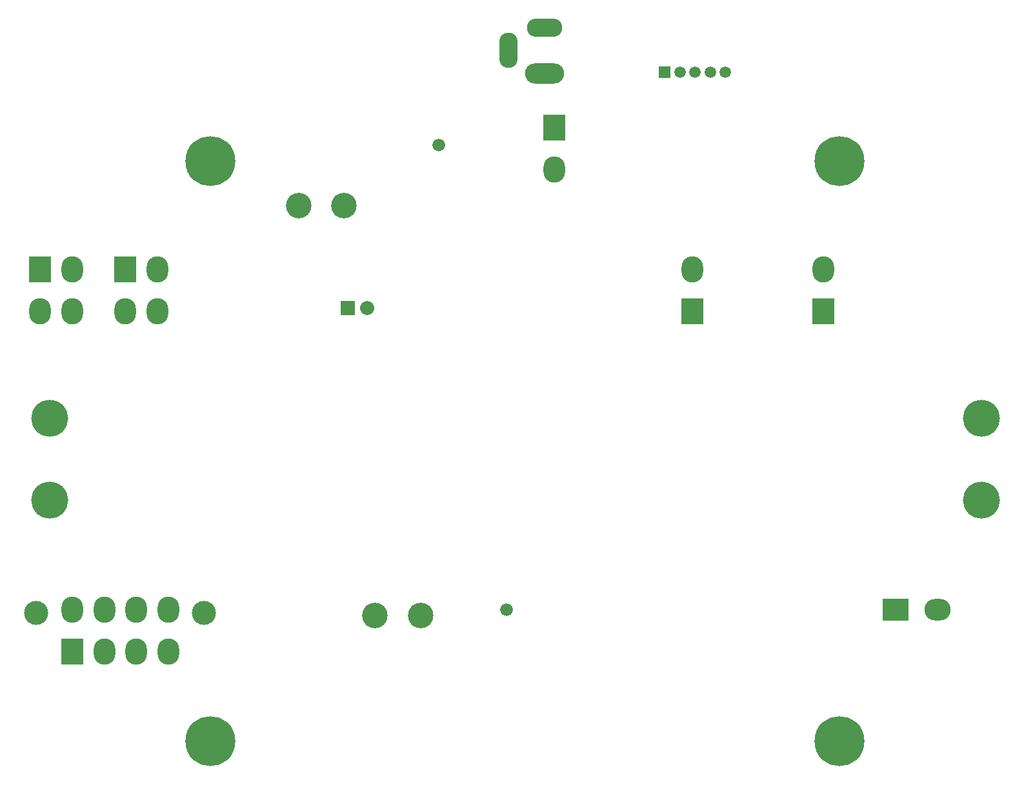
<source format=gbs>
G04 #@! TF.GenerationSoftware,KiCad,Pcbnew,(5.0.0)*
G04 #@! TF.CreationDate,2019-02-17T15:18:15-05:00*
G04 #@! TF.ProjectId,control board power,636F6E74726F6C20626F61726420706F,rev?*
G04 #@! TF.SameCoordinates,Original*
G04 #@! TF.FileFunction,Soldermask,Bot*
G04 #@! TF.FilePolarity,Negative*
%FSLAX46Y46*%
G04 Gerber Fmt 4.6, Leading zero omitted, Abs format (unit mm)*
G04 Created by KiCad (PCBNEW (5.0.0)) date 02/17/19 15:18:15*
%MOMM*%
%LPD*%
G01*
G04 APERTURE LIST*
%ADD10C,1.502400*%
%ADD11R,1.502400X1.502400*%
%ADD12C,6.552400*%
%ADD13O,1.852400X1.852400*%
%ADD14R,1.852400X1.852400*%
%ADD15O,2.402400X4.652400*%
%ADD16O,4.652400X2.402400*%
%ADD17O,5.152400X2.652400*%
%ADD18C,3.152400*%
%ADD19O,2.852400X3.452400*%
%ADD20R,2.852400X3.452400*%
%ADD21C,3.352400*%
%ADD22C,1.676400*%
%ADD23C,4.851400*%
%ADD24R,3.452400X2.852400*%
%ADD25O,3.452400X2.852400*%
G04 APERTURE END LIST*
D10*
G04 #@! TO.C,J5*
X128523000Y-51054000D03*
X126523000Y-51054000D03*
X124523000Y-51054000D03*
X122523000Y-51054000D03*
D11*
X120523000Y-51054000D03*
G04 #@! TD*
D12*
G04 #@! TO.C,REF\002A\002A*
X143510000Y-62738000D03*
G04 #@! TD*
G04 #@! TO.C,REF\002A\002A*
X60960000Y-62738000D03*
G04 #@! TD*
G04 #@! TO.C,REF\002A\002A*
X143510000Y-138938000D03*
G04 #@! TD*
G04 #@! TO.C,REF\002A\002A*
X60960000Y-138938000D03*
G04 #@! TD*
D13*
G04 #@! TO.C,J2*
X81534000Y-82042000D03*
D14*
X78994000Y-82042000D03*
G04 #@! TD*
D15*
G04 #@! TO.C,J3*
X100075000Y-48181000D03*
D16*
X104775000Y-45181000D03*
D17*
X104775000Y-51181000D03*
G04 #@! TD*
D18*
G04 #@! TO.C,J6*
X60099000Y-122087000D03*
X38099000Y-122087000D03*
D19*
X55399000Y-121627000D03*
X51199000Y-121627000D03*
X46999000Y-121627000D03*
X42799000Y-121627000D03*
X55399000Y-127127000D03*
X51199000Y-127127000D03*
X46999000Y-127127000D03*
D20*
X42799000Y-127127000D03*
G04 #@! TD*
D21*
G04 #@! TO.C,L1*
X72486000Y-68580000D03*
X78486000Y-68580000D03*
G04 #@! TD*
G04 #@! TO.C,L2*
X82519000Y-122428000D03*
X88519000Y-122428000D03*
G04 #@! TD*
D22*
G04 #@! TO.C,U2*
X90932000Y-60579000D03*
G04 #@! TD*
G04 #@! TO.C,U3*
X99822000Y-121666000D03*
G04 #@! TD*
D19*
G04 #@! TO.C,J10*
X106045000Y-63793000D03*
D20*
X106045000Y-58293000D03*
G04 #@! TD*
D23*
G04 #@! TO.C,TB1*
X162077400Y-96494600D03*
X162077400Y-107213400D03*
X39852600Y-96494600D03*
X39852600Y-107213400D03*
G04 #@! TD*
D19*
G04 #@! TO.C,J4*
X124206000Y-76923000D03*
D20*
X124206000Y-82423000D03*
G04 #@! TD*
D19*
G04 #@! TO.C,J17*
X141351000Y-76923000D03*
D20*
X141351000Y-82423000D03*
G04 #@! TD*
D24*
G04 #@! TO.C,J1*
X150876000Y-121666000D03*
D25*
X156376000Y-121666000D03*
G04 #@! TD*
D19*
G04 #@! TO.C,J9*
X42808000Y-82462000D03*
X38608000Y-82462000D03*
X42808000Y-76962000D03*
D20*
X38608000Y-76962000D03*
G04 #@! TD*
G04 #@! TO.C,J11*
X49784000Y-76962000D03*
D19*
X53984000Y-76962000D03*
X49784000Y-82462000D03*
X53984000Y-82462000D03*
G04 #@! TD*
M02*

</source>
